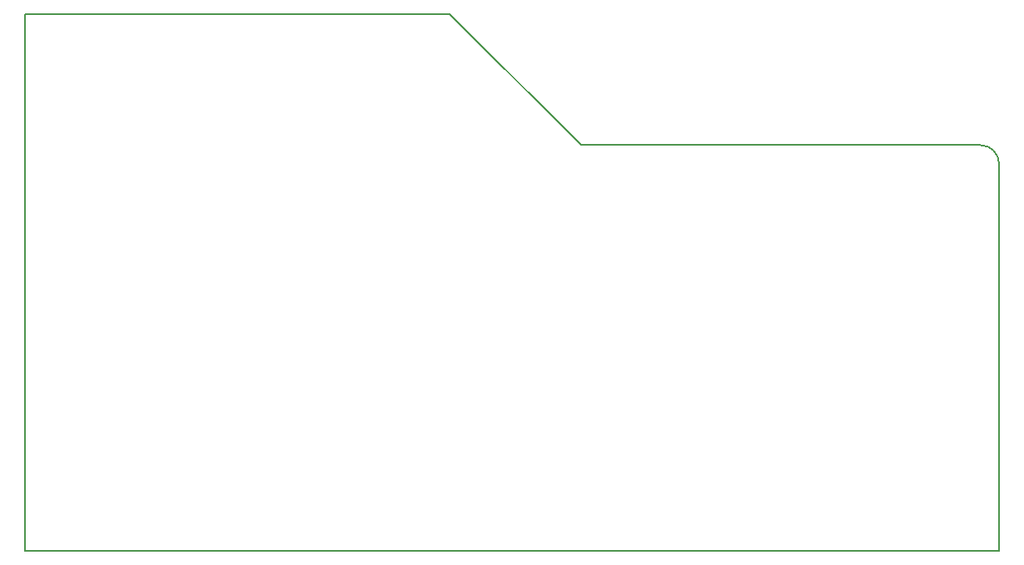
<source format=gm1>
G04 #@! TF.FileFunction,Profile,NP*
%FSLAX46Y46*%
G04 Gerber Fmt 4.6, Leading zero omitted, Abs format (unit mm)*
G04 Created by KiCad (PCBNEW 4.0.7) date 06/26/19 17:32:02*
%MOMM*%
%LPD*%
G01*
G04 APERTURE LIST*
%ADD10C,0.100000*%
%ADD11C,0.150000*%
G04 APERTURE END LIST*
D10*
D11*
X173355000Y-101600000D02*
X132715000Y-101600000D01*
X175260000Y-103505000D02*
G75*
G03X173355000Y-101600000I-1905000J0D01*
G01*
X119380000Y-88265000D02*
X132715000Y-101600000D01*
X76200000Y-88265000D02*
X119380000Y-88265000D01*
X76200000Y-142875000D02*
X76200000Y-88265000D01*
X175260000Y-142875000D02*
X175260000Y-103505000D01*
X76200000Y-142875000D02*
X175260000Y-142875000D01*
M02*

</source>
